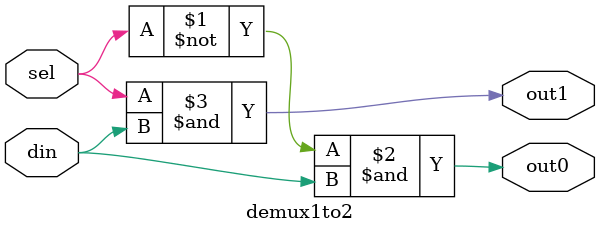
<source format=sv>
module demux1to2(out0, out1, din, sel);
  input din, sel;       
  output out0, out1;    

  assign out0 = (~sel) & din;   // when sel = 0 → out0 = din
  assign out1 = sel & din;      // when sel = 1 → out1 = din
endmodule

</source>
